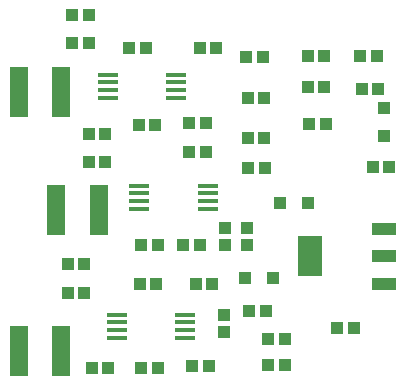
<source format=gtp>
G04 Layer: TopPasteMaskLayer*
G04 EasyEDA v6.3.22, 2020-01-22T11:07:26+01:00*
G04 dbe5752f4b9e44bf826be982e50114fc,6ac03ef627a24f5ab7c901ca926ad83b,10*
G04 Gerber Generator version 0.2*
G04 Scale: 100 percent, Rotated: No, Reflected: No *
G04 Dimensions in millimeters *
G04 leading zeros omitted , absolute positions ,3 integer and 3 decimal *
%FSLAX33Y33*%
%MOMM*%
G90*
G71D02*

%ADD19R,1.803400X0.406400*%
%ADD20R,0.999998X1.099998*%
%ADD21R,1.099998X0.999998*%
%ADD22R,1.501140X4.299991*%
%ADD23R,2.159000X1.092200*%
%ADD24R,2.159000X3.505200*%
%ADD25R,0.999998X0.999998*%

%LPD*%
G54D19*
G01X9093Y31345D03*
G01X9093Y30684D03*
G01X9093Y30049D03*
G01X9093Y29389D03*
G01X14884Y29389D03*
G01X14884Y30049D03*
G01X14884Y30684D03*
G01X14884Y31345D03*
G54D20*
G01X6070Y36359D03*
G01X7469Y36359D03*
G01X30453Y32920D03*
G01X31853Y32920D03*
G01X26008Y30253D03*
G01X27408Y30253D03*
G54D19*
G01X9855Y11025D03*
G01X9855Y10364D03*
G01X9855Y9729D03*
G01X9855Y9069D03*
G01X15646Y9069D03*
G01X15646Y9729D03*
G01X15646Y10364D03*
G01X15646Y11025D03*
G54D20*
G01X5688Y15267D03*
G01X7088Y15267D03*
G01X22679Y6750D03*
G01X24079Y6750D03*
G01X16229Y6631D03*
G01X17629Y6631D03*
G54D19*
G01X11760Y21947D03*
G01X11760Y21286D03*
G01X11760Y20651D03*
G01X11760Y19991D03*
G01X17551Y19991D03*
G01X17551Y20651D03*
G01X17551Y21286D03*
G01X17551Y21947D03*
G54D20*
G01X7466Y26316D03*
G01X8866Y26316D03*
G01X26150Y27130D03*
G01X27549Y27130D03*
G54D21*
G01X18969Y16929D03*
G01X18969Y18329D03*
G54D20*
G01X6070Y34020D03*
G01X7469Y34020D03*
G01X10895Y33555D03*
G01X12295Y33555D03*
G01X30580Y30126D03*
G01X31980Y30126D03*
G01X13107Y27078D03*
G01X11708Y27078D03*
G01X7720Y6504D03*
G01X9120Y6504D03*
G01X22679Y8929D03*
G01X24079Y8929D03*
G01X15975Y24792D03*
G01X17375Y24792D03*
G01X5688Y12854D03*
G01X7088Y12854D03*
G01X7466Y23903D03*
G01X8866Y23903D03*
G01X11784Y13616D03*
G01X13184Y13616D03*
G01X20928Y29364D03*
G01X22328Y29364D03*
G01X11911Y16918D03*
G01X13311Y16918D03*
G54D22*
G01X1524Y7901D03*
G01X5130Y7901D03*
G01X4699Y19839D03*
G01X8305Y19839D03*
G01X1524Y29872D03*
G01X5130Y29872D03*
G54D23*
G01X32426Y13634D03*
G01X32426Y15945D03*
G01X32426Y18231D03*
G54D24*
G01X26228Y15945D03*
G54D20*
G01X29919Y9899D03*
G01X28519Y9899D03*
G01X32919Y23522D03*
G01X31520Y23522D03*
G01X15975Y27205D03*
G01X17375Y27205D03*
G01X11911Y6504D03*
G01X13311Y6504D03*
G01X15469Y16929D03*
G01X16869Y16929D03*
G01X20928Y25935D03*
G01X22328Y25935D03*
G54D21*
G01X18923Y10975D03*
G01X18923Y9575D03*
G54D20*
G01X20819Y32869D03*
G01X22219Y32869D03*
G01X17933Y13616D03*
G01X16534Y13616D03*
G01X21049Y11290D03*
G01X22449Y11290D03*
G01X16864Y33555D03*
G01X18264Y33555D03*
G01X26008Y32920D03*
G01X27408Y32920D03*
G01X20989Y23419D03*
G01X22389Y23419D03*
G54D21*
G01X20889Y18310D03*
G01X20889Y16910D03*
G54D25*
G01X32459Y28499D03*
G01X32459Y26100D03*
G01X23649Y20480D03*
G01X26049Y20480D03*
G01X20709Y14089D03*
G01X23109Y14089D03*
M00*
M02*

</source>
